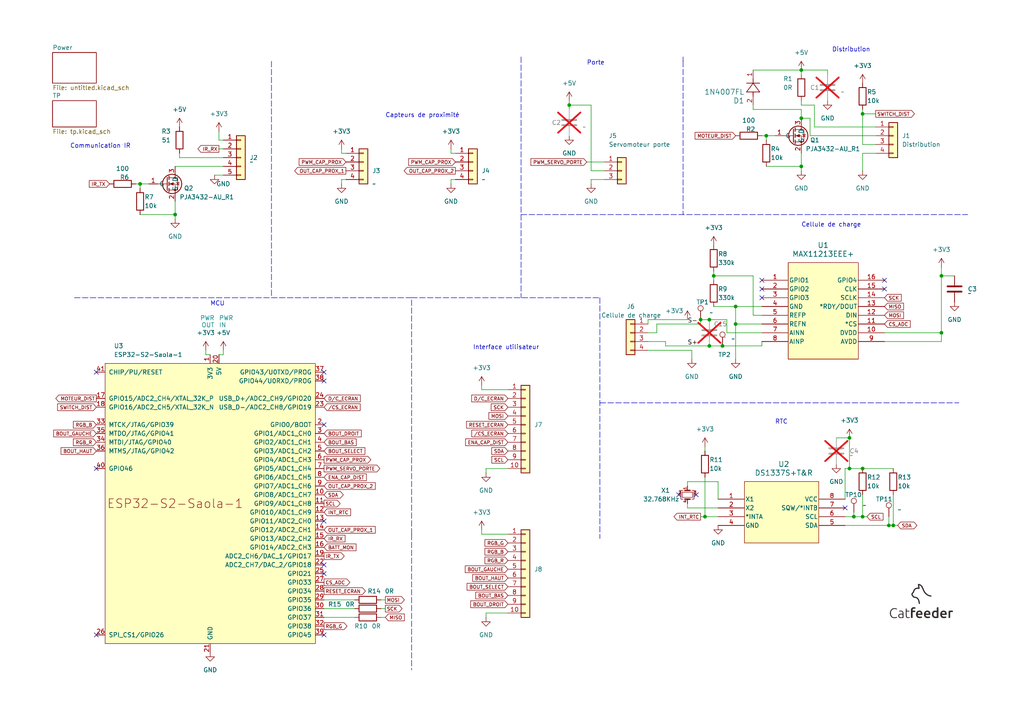
<source format=kicad_sch>
(kicad_sch (version 20230121) (generator eeschema)
  (paper "A4")
  (title_block (title "Cat Feeder - MCU_Control") (date "2024-03-08") (rev "1") (company "John Molas"))
  (lib_symbols
    (symbol "2024-03-04_19-56-51:MAX11213EEE+" (pin_names (offset 0.254))
      (property "Reference" "U2" (at 35.56 10.16 0))
      (property "Value" "MAX11213EEE+" (at 35.56 7.62 0))
      (symbol "MAX11213EEE+_0_1"
        (polyline (pts (xy 25.4 -22.86) (xy 45.72 -22.86)) (stroke (width 0.127)))
        (polyline (pts (xy 25.4 5.08) (xy 25.4 -22.86)) (stroke (width 0.127)))
        (polyline (pts (xy 45.72 -22.86) (xy 45.72 5.08)) (stroke (width 0.127)))
        (polyline (pts (xy 45.72 5.08) (xy 25.4 5.08)) (stroke (width 0.127)))
        (pin unspecified line (at 17.78 0 0) (length 7.62) (name "GPIO1") (number "1"))
        (pin power_in line (at 53.34 -15.24 180) (length 7.62) (name "DVDD") (number "10"))
        (pin unspecified line (at 53.34 -12.7 180) (length 7.62) (name "*CS") (number "11"))
        (pin unspecified line (at 53.34 -10.16 180) (length 7.62) (name "DIN") (number "12"))
        (pin unspecified line (at 53.34 -7.62 180) (length 7.62) (name "*RDY/DOUT") (number "13"))
        (pin unspecified line (at 53.34 -5.08 180) (length 7.62) (name "SCLK") (number "14"))
        (pin unspecified line (at 53.34 -2.54 180) (length 7.62) (name "CLK") (number "15"))
        (pin unspecified line (at 53.34 0 180) (length 7.62) (name "GPIO4") (number "16"))
        (pin unspecified line (at 17.78 -2.54 0) (length 7.62) (name "GPIO2") (number "2"))
        (pin unspecified line (at 17.78 -5.08 0) (length 7.62) (name "GPIO3") (number "3"))
        (pin power_in line (at 17.78 -7.62 0) (length 7.62) (name "GND") (number "4"))
        (pin unspecified line (at 17.78 -10.16 0) (length 7.62) (name "REFP") (number "5"))
        (pin unspecified line (at 17.78 -12.7 0) (length 7.62) (name "REFN") (number "6"))
        (pin unspecified line (at 17.78 -15.24 0) (length 7.62) (name "AINN") (number "7"))
        (pin unspecified line (at 17.78 -17.78 0) (length 7.62) (name "AINP") (number "8"))
        (pin power_in line (at 53.34 -17.78 180) (length 7.62) (name "AVDD") (number "9"))
      )
      (symbol "MAX11213EEE+_1_1"
        (rectangle (start 25.4 5.08) (end 45.72 -22.86) (fill (type background)))
      )
    )
    (symbol "2024-03-07_15-45-22:DS1337S+T&R" (pin_names (offset 0.254))
      (property "Reference" "U3" (at 25.4 10.16 0))
      (property "Value" "DS1337S+T&R" (at 25.4 7.62 0))
      (symbol "DS1337S+T&R_0_1"
        (pin unspecified line (at 6.35 0 0) (length 7.62) (name "X1") (number "1"))
        (pin unspecified line (at 6.35 -2.54 0) (length 7.62) (name "X2") (number "2"))
        (pin unspecified line (at 6.35 -5.08 0) (length 7.62) (name "*INTA") (number "3"))
        (pin power_in line (at 6.35 -7.62 0) (length 7.62) (name "GND") (number "4"))
        (pin unspecified line (at 43.18 -7.62 180) (length 7.62) (name "SDA") (number "5"))
        (pin unspecified line (at 43.18 -5.08 180) (length 7.62) (name "SCL") (number "6"))
        (pin unspecified line (at 43.18 -2.54 180) (length 7.62) (name "SQW/*INTB") (number "7"))
        (pin power_in line (at 43.18 0 180) (length 7.62) (name "VCC") (number "8"))
      )
      (symbol "DS1337S+T&R_1_1"
        (rectangle (start 13.97 5.08) (end 35.56 -12.7) (fill (type background)))
      )
    )
    (symbol "2024-03-15_15-49-57:1N4007FL" (pin_names (offset 0.254) hide)
      (property "Reference" "CR" (at 5.08 4.445 0))
      (property "Value" "1N4007FL" (at 5.08 -3.81 0))
      (symbol "1N4007FL_1_1"
        (polyline (pts (xy 2.54 0) (xy 3.4798 0)) (stroke (width 0.2032)))
        (polyline (pts (xy 3.175 0) (xy 3.81 0)) (stroke (width 0.2032)))
        (polyline (pts (xy 3.81 -1.905) (xy 6.35 0)) (stroke (width 0.2032)))
        (polyline (pts (xy 3.81 1.905) (xy 3.81 -1.905)) (stroke (width 0.2032)))
        (polyline (pts (xy 6.35 -1.905) (xy 6.35 1.905)) (stroke (width 0.2032)))
        (polyline (pts (xy 6.35 0) (xy 3.81 1.905)) (stroke (width 0.2032)))
        (polyline (pts (xy 6.35 0) (xy 7.62 0)) (stroke (width 0.2032)))
        (pin unspecified line (at 10.16 0 180) (length 2.54) (name "") (number "1"))
        (pin unspecified line (at 0 0 0) (length 2.54) (name "") (number "2"))
      )
      (symbol "1N4007FL_1_2"
        (polyline (pts (xy -1.905 3.81) (xy 1.905 3.81)) (stroke (width 0.2032)))
        (polyline (pts (xy 0 2.54) (xy 0 3.4798)) (stroke (width 0.2032)))
        (polyline (pts (xy 0 3.175) (xy 0 3.81)) (stroke (width 0.2032)))
        (polyline (pts (xy 0 6.35) (xy -1.905 3.81)) (stroke (width 0.2032)))
        (polyline (pts (xy 0 6.35) (xy 0 7.62)) (stroke (width 0.2032)))
        (polyline (pts (xy 1.905 3.81) (xy 0 6.35)) (stroke (width 0.2032)))
        (polyline (pts (xy 1.905 6.35) (xy -1.905 6.35)) (stroke (width 0.2032)))
        (pin unspecified line (at 0 10.16 270) (length 2.54) (name "") (number "1"))
        (pin unspecified line (at 0 0 90) (length 2.54) (name "") (number "2"))
      )
    )
    (symbol "Connector:TestPoint" (pin_numbers hide) (pin_names (offset 0.762) hide)
      (property "Reference" "TP" (at 0 6.858 0))
      (property "Value" "TestPoint" (at 0 5.08 0))
      (symbol "TestPoint_0_1"
        (circle (center 0 3.302) (radius 0.762))
      )
      (symbol "TestPoint_1_1"
        (pin passive line (at 0 0 90) (length 2.54) (name "1") (number "1"))
      )
    )
    (symbol "Connector_Generic:Conn_01x03" (pin_names (offset 1.016) hide)
      (property "Reference" "J" (at 0 5.08 0))
      (property "Value" "Conn_01x03" (at 0 -5.08 0))
      (symbol "Conn_01x03_1_1"
        (rectangle (start -1.27 -2.413) (end 0 -2.667) (stroke (width 0.1524)))
        (rectangle (start -1.27 0.127) (end 0 -0.127) (stroke (width 0.1524)))
        (rectangle (start -1.27 2.667) (end 0 2.413) (stroke (width 0.1524)))
        (rectangle (start -1.27 3.81) (end 1.27 -3.81) (stroke (width 0.254)) (fill (type background)))
        (pin passive line (at -5.08 2.54 0) (length 3.81) (name "Pin_1") (number "1"))
        (pin passive line (at -5.08 0 0) (length 3.81) (name "Pin_2") (number "2"))
        (pin passive line (at -5.08 -2.54 0) (length 3.81) (name "Pin_3") (number "3"))
      )
    )
    (symbol "Connector_Generic:Conn_01x04" (pin_names (offset 1.016) hide)
      (property "Reference" "J" (at 0 5.08 0))
      (property "Value" "Conn_01x04" (at 0 -7.62 0))
      (symbol "Conn_01x04_1_1"
        (rectangle (start -1.27 -4.953) (end 0 -5.207) (stroke (width 0.1524)))
        (rectangle (start -1.27 -2.413) (end 0 -2.667) (stroke (width 0.1524)))
        (rectangle (start -1.27 0.127) (end 0 -0.127) (stroke (width 0.1524)))
        (rectangle (start -1.27 2.667) (end 0 2.413) (stroke (width 0.1524)))
        (rectangle (start -1.27 3.81) (end 1.27 -6.35) (stroke (width 0.254)) (fill (type background)))
        (pin passive line (at -5.08 2.54 0) (length 3.81) (name "Pin_1") (number "1"))
        (pin passive line (at -5.08 0 0) (length 3.81) (name "Pin_2") (number "2"))
        (pin passive line (at -5.08 -2.54 0) (length 3.81) (name "Pin_3") (number "3"))
        (pin passive line (at -5.08 -5.08 0) (length 3.81) (name "Pin_4") (number "4"))
      )
    )
    (symbol "Connector_Generic:Conn_01x05" (pin_names (offset 1.016) hide)
      (property "Reference" "J" (at 0 7.62 0))
      (property "Value" "Conn_01x05" (at 0 -7.62 0))
      (symbol "Conn_01x05_1_1"
        (rectangle (start -1.27 -4.953) (end 0 -5.207) (stroke (width 0.1524)))
        (rectangle (start -1.27 -2.413) (end 0 -2.667) (stroke (width 0.1524)))
        (rectangle (start -1.27 0.127) (end 0 -0.127) (stroke (width 0.1524)))
        (rectangle (start -1.27 2.667) (end 0 2.413) (stroke (width 0.1524)))
        (rectangle (start -1.27 5.207) (end 0 4.953) (stroke (width 0.1524)))
        (rectangle (start -1.27 6.35) (end 1.27 -6.35) (stroke (width 0.254)) (fill (type background)))
        (pin passive line (at -5.08 5.08 0) (length 3.81) (name "Pin_1") (number "1"))
        (pin passive line (at -5.08 2.54 0) (length 3.81) (name "Pin_2") (number "2"))
        (pin passive line (at -5.08 0 0) (length 3.81) (name "Pin_3") (number "3"))
        (pin passive line (at -5.08 -2.54 0) (length 3.81) (name "Pin_4") (number "4"))
        (pin passive line (at -5.08 -5.08 0) (length 3.81) (name "Pin_5") (number "5"))
      )
    )
    (symbol "Connector_Generic:Conn_01x10" (pin_names (offset 1.016) hide)
      (property "Reference" "J" (at 0 12.7 0))
      (property "Value" "Conn_01x10" (at 0 -15.24 0))
      (symbol "Conn_01x10_1_1"
        (rectangle (start -1.27 -12.573) (end 0 -12.827) (stroke (width 0.1524)))
        (rectangle (start -1.27 -10.033) (end 0 -10.287) (stroke (width 0.1524)))
        (rectangle (start -1.27 -7.493) (end 0 -7.747) (stroke (width 0.1524)))
        (rectangle (start -1.27 -4.953) (end 0 -5.207) (stroke (width 0.1524)))
        (rectangle (start -1.27 -2.413) (end 0 -2.667) (stroke (width 0.1524)))
        (rectangle (start -1.27 0.127) (end 0 -0.127) (stroke (width 0.1524)))
        (rectangle (start -1.27 2.667) (end 0 2.413) (stroke (width 0.1524)))
        (rectangle (start -1.27 5.207) (end 0 4.953) (stroke (width 0.1524)))
        (rectangle (start -1.27 7.747) (end 0 7.493) (stroke (width 0.1524)))
        (rectangle (start -1.27 10.287) (end 0 10.033) (stroke (width 0.1524)))
        (rectangle (start -1.27 11.43) (end 1.27 -13.97) (stroke (width 0.254)) (fill (type background)))
        (pin passive line (at -5.08 10.16 0) (length 3.81) (name "Pin_1") (number "1"))
        (pin passive line (at -5.08 -12.7 0) (length 3.81) (name "Pin_10") (number "10"))
        (pin passive line (at -5.08 7.62 0) (length 3.81) (name "Pin_2") (number "2"))
        (pin passive line (at -5.08 5.08 0) (length 3.81) (name "Pin_3") (number "3"))
        (pin passive line (at -5.08 2.54 0) (length 3.81) (name "Pin_4") (number "4"))
        (pin passive line (at -5.08 0 0) (length 3.81) (name "Pin_5") (number "5"))
        (pin passive line (at -5.08 -2.54 0) (length 3.81) (name "Pin_6") (number "6"))
        (pin passive line (at -5.08 -5.08 0) (length 3.81) (name "Pin_7") (number "7"))
        (pin passive line (at -5.08 -7.62 0) (length 3.81) (name "Pin_8") (number "8"))
        (pin passive line (at -5.08 -10.16 0) (length 3.81) (name "Pin_9") (number "9"))
      )
    )
    (symbol "Device:C" (pin_numbers hide) (pin_names (offset 0.254))
      (property "Reference" "C" (at 0.635 2.54 0))
      (property "Value" "C" (at 0.635 -2.54 0))
      (symbol "C_0_1"
        (polyline (pts (xy -2.032 -0.762) (xy 2.032 -0.762)) (stroke (width 0.508)))
        (polyline (pts (xy -2.032 0.762) (xy 2.032 0.762)) (stroke (width 0.508)))
      )
      (symbol "C_1_1"
        (pin passive line (at 0 3.81 270) (length 2.794) (name "~") (number "1"))
        (pin passive line (at 0 -3.81 90) (length 2.794) (name "~") (number "2"))
      )
    )
    (symbol "Device:Crystal_GND23_Small" (pin_names (offset 1.016) hide)
      (property "Reference" "Y" (at 1.27 4.445 0))
      (property "Value" "Crystal_GND23_Small" (at 1.27 2.54 0))
      (symbol "Crystal_GND23_Small_0_1"
        (rectangle (start -0.762 -1.524) (end 0.762 1.524))
        (polyline (pts (xy -1.27 -0.762) (xy -1.27 0.762)) (stroke (width 0.381)))
        (polyline (pts (xy 1.27 -0.762) (xy 1.27 0.762)) (stroke (width 0.381)))
        (polyline (pts (xy -1.27 -1.27) (xy -1.27 -1.905) (xy 1.27 -1.905) (xy 1.27 -1.27)))
        (polyline (pts (xy -1.27 1.27) (xy -1.27 1.905) (xy 1.27 1.905) (xy 1.27 1.27)))
      )
      (symbol "Crystal_GND23_Small_1_1"
        (pin passive line (at -2.54 0 0) (length 1.27) (name "1") (number "1"))
        (pin passive line (at 0 -2.54 90) (length 0.635) (name "2") (number "2"))
        (pin passive line (at 0 2.54 270) (length 0.635) (name "3") (number "3"))
        (pin passive line (at 2.54 0 180) (length 1.27) (name "4") (number "4"))
      )
    )
    (symbol "Device:R" (pin_numbers hide) (pin_names (offset 0))
      (property "Reference" "R" (at 2.032 0 90))
      (property "Value" "R" (at 0 0 90))
      (symbol "R_0_1"
        (rectangle (start -1.016 -2.54) (end 1.016 2.54) (stroke (width 0.254)))
      )
      (symbol "R_1_1"
        (pin passive line (at 0 3.81 270) (length 1.27) (name "~") (number "1"))
        (pin passive line (at 0 -3.81 90) (length 1.27) (name "~") (number "2"))
      )
    )
    (symbol "PCM_Espressif:ESP32-S2-Saola-1" (pin_names (offset 1.016))
      (property "Reference" "U3" (at -27.94 45.72 0))
      (property "Value" "ESP32-S2-Saola-1" (at -27.94 43.18 0))
      (symbol "ESP32-S2-Saola-1_0_0"
        (text "ESP32-S2-Saola-1" (at -10.16 0 0) (effects (font (size 2.54 2.54))))
        (pin power_in line (at 0 43.18 270) (length 2.54) (name "3V3") (number "1"))
        (pin bidirectional line (at 33.02 2.54 180) (length 2.54) (name "GPIO8/ADC1_CH7") (number "10"))
        (pin bidirectional line (at 33.02 0 180) (length 2.54) (name "GPIO9/ADC1_CH8") (number "11"))
        (pin bidirectional line (at 33.02 -2.54 180) (length 2.54) (name "GPIO10/ADC1_CH9") (number "12"))
        (pin bidirectional line (at 33.02 -5.08 180) (length 2.54) (name "GPIO11/ADC2_CH0") (number "13"))
        (pin bidirectional line (at 33.02 -7.62 180) (length 2.54) (name "GPIO12/ADC2_CH1") (number "14"))
        (pin bidirectional line (at 33.02 -10.16 180) (length 2.54) (name "GPIO13/ADC2_CH2") (number "15"))
        (pin bidirectional line (at 33.02 -12.7 180) (length 2.54) (name "GPIO14/ADC2_CH3") (number "16"))
        (pin bidirectional line (at -33.02 30.48 0) (length 2.54) (name "GPIO15/ADC2_CH4/XTAL_32K_P") (number "17"))
        (pin bidirectional line (at -33.02 27.94 0) (length 2.54) (name "GPIO16/ADC2_CH5/XTAL_32K_N") (number "18"))
        (pin bidirectional line (at 33.02 -15.24 180) (length 2.54) (name "ADC2_CH6/DAC_1/GPIO17") (number "19"))
        (pin bidirectional line (at 33.02 22.86 180) (length 2.54) (name "GPIO0/BOOT") (number "2"))
        (pin power_in line (at 2.54 43.18 270) (length 2.54) (name "5V") (number "20"))
        (pin power_in line (at 0 -43.18 90) (length 2.54) (name "GND") (number "21"))
        (pin bidirectional line (at 33.02 -17.78 180) (length 2.54) (name "ADC2_CH7/DAC_2/GPIO18") (number "22"))
        (pin bidirectional line (at 33.02 27.94 180) (length 2.54) (name "USB_D-/ADC2_CH8/GPIO19") (number "23"))
        (pin bidirectional line (at 33.02 30.48 180) (length 2.54) (name "USB_D+/ADC2_CH9/GPIO20") (number "24"))
        (pin bidirectional line (at 33.02 -20.32 180) (length 2.54) (name "GPIO21") (number "25"))
        (pin bidirectional line (at -33.02 -38.1 0) (length 2.54) (name "SPI_CS1/GPIO26") (number "26"))
        (pin bidirectional line (at 33.02 -22.86 180) (length 2.54) (name "GPIO33") (number "27"))
        (pin bidirectional line (at 33.02 -25.4 180) (length 2.54) (name "GPIO34") (number "28"))
        (pin bidirectional line (at 33.02 -27.94 180) (length 2.54) (name "GPIO35") (number "29"))
        (pin bidirectional line (at 33.02 20.32 180) (length 2.54) (name "GPIO1/ADC1_CH0") (number "3"))
        (pin bidirectional line (at 33.02 -30.48 180) (length 2.54) (name "GPIO36") (number "30"))
        (pin bidirectional line (at 33.02 -33.02 180) (length 2.54) (name "GPIO37") (number "31"))
        (pin bidirectional line (at 33.02 -35.56 180) (length 2.54) (name "GPIO38") (number "32"))
        (pin bidirectional line (at -33.02 22.86 0) (length 2.54) (name "MTCK/JTAG/GPIO39") (number "33"))
        (pin bidirectional line (at -33.02 15.24 0) (length 2.54) (name "MTMS/JTAG/GPIO42") (number "36"))
        (pin bidirectional line (at 33.02 38.1 180) (length 2.54) (name "GPIO43/U0TXD/PROG") (number "37"))
        (pin bidirectional line (at 33.02 35.56 180) (length 2.54) (name "GPIO44/U0RXD/PROG") (number "38"))
        (pin bidirectional line (at 33.02 -38.1 180) (length 2.54) (name "GPIO45") (number "39"))
        (pin unspecified line (at 33.02 17.78 180) (length 2.54) (name "GPIO2/ADC1_CH1") (number "4"))
        (pin input line (at -33.02 10.16 0) (length 2.54) (name "GPIO46") (number "40"))
        (pin input line (at -33.02 38.1 0) (length 2.54) (name "CHIP/PU/RESET") (number "41"))
        (pin passive line (at 0 -43.18 90) (length 2.54) hide (name "GND") (number "42"))
        (pin bidirectional line (at 33.02 15.24 180) (length 2.54) (name "GPIO3/ADC1_CH2") (number "5"))
        (pin bidirectional line (at 33.02 12.7 180) (length 2.54) (name "GPIO4/ADC1_CH3") (number "6"))
        (pin bidirectional line (at 33.02 10.16 180) (length 2.54) (name "GPIO5/ADC1_CH4") (number "7"))
        (pin bidirectional line (at 33.02 7.62 180) (length 2.54) (name "GPIO6/ADC1_CH5") (number "8"))
        (pin bidirectional line (at 33.02 5.08 180) (length 2.54) (name "GPIO7/ADC1_CH6") (number "9"))
      )
      (symbol "ESP32-S2-Saola-1_0_1"
        (rectangle (start -30.48 40.64) (end 30.48 -40.64) (fill (type background)))
      )
      (symbol "ESP32-S2-Saola-1_1_0"
        (pin bidirectional line (at -33.02 17.78 0) (length 2.54) (name "MTDI/JTAG/GPIO40") (number "34"))
        (pin bidirectional line (at -33.02 20.32 0) (length 2.54) (name "MTDO/JTAG/GPIO41") (number "35"))
      )
    )
    (symbol "Transistor_FET:2N7002K"
      (property "Reference" "Q" (at 5.08 1.905 0))
      (property "Value" "2N7002K" (at 5.08 0 0))
      (symbol "2N7002K_0_1"
        (polyline (pts (xy 0.254 0) (xy -2.54 0)))
        (polyline (pts (xy 0.254 1.905) (xy 0.254 -1.905)) (stroke (width 0.254)))
        (polyline (pts (xy 0.762 -1.27) (xy 0.762 -2.286)) (stroke (width 0.254)))
        (polyline (pts (xy 0.762 0.508) (xy 0.762 -0.508)) (stroke (width 0.254)))
        (polyline (pts (xy 0.762 2.286) (xy 0.762 1.27)) (stroke (width 0.254)))
        (polyline (pts (xy 2.54 2.54) (xy 2.54 1.778)))
        (polyline (pts (xy 2.54 -2.54) (xy 2.54 0) (xy 0.762 0)))
        (polyline (pts (xy 0.762 -1.778) (xy 3.302 -1.778) (xy 3.302 1.778) (xy 0.762 1.778)))
        (polyline (pts (xy 1.016 0) (xy 2.032 0.381) (xy 2.032 -0.381) (xy 1.016 0)) (fill (type outline)))
        (polyline (pts (xy 2.794 0.508) (xy 2.921 0.381) (xy 3.683 0.381) (xy 3.81 0.254)))
        (polyline (pts (xy 3.302 0.381) (xy 2.921 -0.254) (xy 3.683 -0.254) (xy 3.302 0.381)))
        (circle (center 1.651 0) (radius 2.794) (stroke (width 0.254)))
        (circle (center 2.54 -1.778) (radius 0.254) (fill (type outline)))
        (circle (center 2.54 1.778) (radius 0.254) (fill (type outline)))
      )
      (symbol "2N7002K_1_1"
        (pin input line (at -5.08 0 0) (length 2.54) (name "G") (number "1"))
        (pin passive line (at 2.54 -5.08 90) (length 2.54) (name "S") (number "2"))
        (pin passive line (at 2.54 5.08 270) (length 2.54) (name "D") (number "3"))
      )
    )
    (symbol "power:+3V3" (power) (pin_names (offset 0))
      (property "Value" "+3V3" (at 0 3.556 0))
      (symbol "+3V3_0_1"
        (polyline (pts (xy -0.762 1.27) (xy 0 2.54)))
        (polyline (pts (xy 0 0) (xy 0 2.54)))
        (polyline (pts (xy 0 2.54) (xy 0.762 1.27)))
      )
      (symbol "+3V3_1_1"
        (pin power_in line (at 0 0 90) (length 0) hide (name "+3V3") (number "1"))
      )
    )
    (symbol "power:+5V" (power) (pin_names (offset 0))
      (property "Value" "+5V" (at 0 3.556 0))
      (symbol "+5V_0_1"
        (polyline (pts (xy -0.762 1.27) (xy 0 2.54)))
        (polyline (pts (xy 0 0) (xy 0 2.54)))
        (polyline (pts (xy 0 2.54) (xy 0.762 1.27)))
      )
      (symbol "+5V_1_1"
        (pin power_in line (at 0 0 90) (length 0) hide (name "+5V") (number "1"))
      )
    )
    (symbol "power:GND" (power) (pin_names (offset 0))
      (property "Value" "GND" (at 0 -3.81 0))
      (symbol "GND_0_1"
        (polyline (pts (xy 0 0) (xy 0 -1.27) (xy 1.27 -1.27) (xy 0 -2.54) (xy -1.27 -1.27) (xy 0 -1.27)))
      )
      (symbol "GND_1_1"
        (pin power_in line (at 0 0 270) (length 0) hide (name "GND") (number "1"))
      )
    )
  )
  (junction (at 257.81 152.4))
  (junction (at 232.41 20.32))
  (junction (at 222.25 39.37))
  (junction (at 232.41 34.29))
  (junction (at 246.38 135.89))
  (junction (at 213.36 88.9))
  (junction (at 205.74 100.33))
  (junction (at 209.55 100.33))
  (junction (at 50.8 62.23))
  (junction (at 40.64 53.34))
  (junction (at 204.47 149.86))
  (junction (at 207.01 80.01))
  (junction (at 250.19 149.86))
  (junction (at 203.2 92.71))
  (junction (at 273.05 96.52))
  (junction (at 213.36 93.98))
  (junction (at 247.65 149.86))
  (junction (at 273.05 80.01))
  (junction (at 250.19 33.02))
  (junction (at 246.38 127))
  (junction (at 165.1 30.48))
  (junction (at 250.19 135.89))
  (junction (at 232.41 48.26))
  (junction (at 205.74 92.71))
  (junction (at 259.08 152.4))
  (no_connect (at 93.98 123.19))
  (no_connect (at 220.98 86.36))
  (no_connect (at 27.94 184.15))
  (no_connect (at 93.98 163.83))
  (no_connect (at 256.54 81.28))
  (no_connect (at 256.54 83.82))
  (no_connect (at 93.98 151.13))
  (no_connect (at 245.11 147.32))
  (no_connect (at 220.98 83.82))
  (no_connect (at 27.94 135.89))
  (no_connect (at 93.98 166.37))
  (no_connect (at 93.98 110.49))
  (no_connect (at 220.98 81.28))
  (no_connect (at 196.85 143.51))
  (no_connect (at 27.94 107.95))
  (no_connect (at 201.93 143.51))
  (no_connect (at 93.98 184.15))
  (no_connect (at 93.98 107.95))
  (wire (pts (xy 64.77 40.64) (xy 63.5 40.64)))
  (wire (pts (xy 232.41 48.26) (xy 232.41 44.45)))
  (wire (pts (xy 110.49 179.07) (xy 111.76 179.07)))
  (polyline (pts (xy 198.12 16.51) (xy 198.12 17.78)) (stroke (width 0) (type dash)))
  (wire (pts (xy 64.77 45.72) (xy 52.07 45.72)))
  (wire (pts (xy 232.41 49.53) (xy 232.41 48.26)))
  (wire (pts (xy 199.39 146.05) (xy 199.39 147.32)))
  (wire (pts (xy 247.65 148.59) (xy 247.65 149.86)))
  (wire (pts (xy 222.25 39.37) (xy 224.79 39.37)))
  (wire (pts (xy 250.19 33.02) (xy 250.19 41.91)))
  (wire (pts (xy 250.19 44.45) (xy 254 44.45)))
  (wire (pts (xy 130.81 52.07) (xy 132.08 52.07)))
  (wire (pts (xy 170.18 46.99) (xy 175.26 46.99)))
  (wire (pts (xy 240.03 20.32) (xy 232.41 20.32)))
  (wire (pts (xy 213.36 88.9) (xy 220.98 88.9)))
  (polyline (pts (xy 151.13 16.51) (xy 151.13 86.36)) (stroke (width 0) (type dash)))
  (wire (pts (xy 204.47 138.43) (xy 204.47 149.86)))
  (wire (pts (xy 213.36 88.9) (xy 213.36 93.98)))
  (wire (pts (xy 130.81 44.45) (xy 130.81 43.18)))
  (wire (pts (xy 250.19 143.51) (xy 250.19 149.86)))
  (wire (pts (xy 171.45 30.48) (xy 165.1 30.48)))
  (wire (pts (xy 171.45 52.07) (xy 175.26 52.07)))
  (wire (pts (xy 250.19 44.45) (xy 250.19 49.53)))
  (polyline (pts (xy 198.12 17.78) (xy 198.12 62.23)) (stroke (width 0) (type dash)))
  (wire (pts (xy 52.07 44.45) (xy 52.07 45.72)))
  (wire (pts (xy 187.96 99.06) (xy 193.04 99.06)))
  (polyline (pts (xy 151.13 62.23) (xy 280.67 62.23)) (stroke (width 0) (type dash)))
  (polyline (pts (xy 21.59 86.36) (xy 109.22 86.36)) (stroke (width 0) (type dash)))
  (wire (pts (xy 199.39 147.32) (xy 208.28 147.32)))
  (wire (pts (xy 256.54 99.06) (xy 273.05 99.06)))
  (wire (pts (xy 50.8 48.26) (xy 64.77 48.26)))
  (wire (pts (xy 99.06 44.45) (xy 99.06 43.18)))
  (wire (pts (xy 207.01 88.9) (xy 213.36 88.9)))
  (wire (pts (xy 234.95 39.37) (xy 254 39.37)))
  (wire (pts (xy 63.5 43.18) (xy 64.77 43.18)))
  (wire (pts (xy 99.06 52.07) (xy 99.06 53.34)))
  (wire (pts (xy 64.77 101.6) (xy 64.77 102.87)))
  (wire (pts (xy 234.95 34.29) (xy 234.95 39.37)))
  (polyline (pts (xy 119.38 154.94) (xy 119.38 86.36)) (stroke (width 0) (type dash)))
  (wire (pts (xy 218.44 30.48) (xy 218.44 31.75)))
  (wire (pts (xy 39.37 53.34) (xy 40.64 53.34)))
  (wire (pts (xy 171.45 49.53) (xy 171.45 30.48)))
  (wire (pts (xy 140.97 135.89) (xy 147.32 135.89)))
  (wire (pts (xy 259.08 152.4) (xy 259.08 143.51)))
  (polyline (pts (xy 78.74 17.78) (xy 78.74 86.36)) (stroke (width 0) (type dash)))
  (wire (pts (xy 205.74 92.71) (xy 210.82 92.71)))
  (wire (pts (xy 193.04 99.06) (xy 193.04 100.33)))
  (wire (pts (xy 218.44 91.44) (xy 218.44 80.01)))
  (wire (pts (xy 256.54 96.52) (xy 273.05 96.52)))
  (wire (pts (xy 210.82 92.71) (xy 210.82 96.52)))
  (wire (pts (xy 132.08 44.45) (xy 130.81 44.45)))
  (wire (pts (xy 187.96 92.71) (xy 199.39 92.71)))
  (wire (pts (xy 50.8 62.23) (xy 50.8 63.5)))
  (wire (pts (xy 175.26 49.53) (xy 171.45 49.53)))
  (wire (pts (xy 213.36 93.98) (xy 220.98 93.98)))
  (polyline (pts (xy 173.99 86.36) (xy 173.99 156.21)) (stroke (width 0) (type dash)))
  (wire (pts (xy 250.19 149.86) (xy 251.46 149.86)))
  (wire (pts (xy 213.36 93.98) (xy 213.36 104.14)))
  (wire (pts (xy 100.33 44.45) (xy 99.06 44.45)))
  (wire (pts (xy 273.05 99.06) (xy 273.05 96.52)))
  (wire (pts (xy 59.69 102.87) (xy 60.96 102.87)))
  (wire (pts (xy 232.41 34.29) (xy 234.95 34.29)))
  (wire (pts (xy 139.7 111.76) (xy 139.7 113.03)))
  (wire (pts (xy 139.7 113.03) (xy 147.32 113.03)))
  (wire (pts (xy 222.25 39.37) (xy 222.25 40.64)))
  (wire (pts (xy 64.77 102.87) (xy 63.5 102.87)))
  (wire (pts (xy 245.11 149.86) (xy 247.65 149.86)))
  (wire (pts (xy 110.49 176.53) (xy 111.76 176.53)))
  (wire (pts (xy 246.38 127) (xy 242.57 127)))
  (wire (pts (xy 207.01 80.01) (xy 207.01 78.74)))
  (wire (pts (xy 130.81 53.34) (xy 130.81 52.07)))
  (wire (pts (xy 207.01 81.28) (xy 207.01 80.01)))
  (wire (pts (xy 190.5 96.52) (xy 190.5 93.98)))
  (polyline (pts (xy 119.38 86.36) (xy 173.99 86.36)) (stroke (width 0) (type dash)))
  (wire (pts (xy 165.1 30.48) (xy 165.1 31.75)))
  (wire (pts (xy 257.81 149.86) (xy 257.81 152.4)))
  (wire (pts (xy 250.19 135.89) (xy 259.08 135.89)))
  (polyline (pts (xy 78.74 86.36) (xy 116.84 86.36)) (stroke (width 0) (type dash)))
  (wire (pts (xy 257.81 152.4) (xy 259.08 152.4)))
  (wire (pts (xy 139.7 153.67) (xy 139.7 154.94)))
  (wire (pts (xy 245.11 135.89) (xy 246.38 135.89)))
  (wire (pts (xy 165.1 29.21) (xy 165.1 30.48)))
  (wire (pts (xy 203.2 149.86) (xy 204.47 149.86)))
  (polyline (pts (xy 119.38 154.94) (xy 119.38 194.31)) (stroke (width 0) (type dash)))
  (wire (pts (xy 259.08 152.4) (xy 260.35 152.4)))
  (wire (pts (xy 254 41.91) (xy 250.19 41.91)))
  (wire (pts (xy 207.01 80.01) (xy 218.44 80.01)))
  (wire (pts (xy 218.44 20.32) (xy 232.41 20.32)))
  (wire (pts (xy 139.7 154.94) (xy 147.32 154.94)))
  (wire (pts (xy 171.45 53.34) (xy 171.45 52.07)))
  (polyline (pts (xy 119.38 86.36) (xy 109.22 86.36)) (stroke (width 0) (type dash)))
  (wire (pts (xy 222.25 48.26) (xy 232.41 48.26)))
  (wire (pts (xy 200.66 104.14) (xy 200.66 101.6)))
  (wire (pts (xy 273.05 77.47) (xy 273.05 80.01)))
  (wire (pts (xy 203.2 92.71) (xy 203.2 93.98)))
  (wire (pts (xy 245.11 135.89) (xy 245.11 144.78)))
  (wire (pts (xy 140.97 137.16) (xy 140.97 135.89)))
  (wire (pts (xy 199.39 140.97) (xy 199.39 139.7)))
  (wire (pts (xy 232.41 31.75) (xy 232.41 34.29)))
  (wire (pts (xy 102.87 179.07) (xy 93.98 179.07)))
  (wire (pts (xy 110.49 173.99) (xy 111.76 173.99)))
  (wire (pts (xy 246.38 127) (xy 246.38 135.89)))
  (wire (pts (xy 102.87 173.99) (xy 93.98 173.99)))
  (wire (pts (xy 204.47 149.86) (xy 208.28 149.86)))
  (wire (pts (xy 62.23 50.8) (xy 64.77 50.8)))
  (wire (pts (xy 205.74 100.33) (xy 209.55 100.33)))
  (wire (pts (xy 140.97 177.8) (xy 140.97 179.07)))
  (wire (pts (xy 273.05 80.01) (xy 273.05 96.52)))
  (wire (pts (xy 63.5 38.1) (xy 63.5 40.64)))
  (wire (pts (xy 59.69 101.6) (xy 59.69 102.87)))
  (wire (pts (xy 232.41 20.32) (xy 232.41 21.59)))
  (wire (pts (xy 247.65 149.86) (xy 250.19 149.86)))
  (wire (pts (xy 250.19 33.02) (xy 254 33.02)))
  (wire (pts (xy 140.97 177.8) (xy 147.32 177.8)))
  (wire (pts (xy 50.8 62.23) (xy 50.8 58.42)))
  (wire (pts (xy 240.03 21.59) (xy 240.03 20.32)))
  (wire (pts (xy 220.98 91.44) (xy 218.44 91.44)))
  (wire (pts (xy 236.22 30.48) (xy 236.22 36.83)))
  (wire (pts (xy 200.66 101.6) (xy 187.96 101.6)))
  (wire (pts (xy 273.05 80.01) (xy 276.86 80.01)))
  (wire (pts (xy 40.64 53.34) (xy 43.18 53.34)))
  (wire (pts (xy 232.41 30.48) (xy 232.41 29.21)))
  (wire (pts (xy 199.39 139.7) (xy 208.28 139.7)))
  (wire (pts (xy 254 36.83) (xy 236.22 36.83)))
  (wire (pts (xy 246.38 135.89) (xy 250.19 135.89)))
  (wire (pts (xy 204.47 129.54) (xy 204.47 130.81)))
  (wire (pts (xy 210.82 96.52) (xy 220.98 96.52)))
  (wire (pts (xy 40.64 54.61) (xy 40.64 53.34)))
  (wire (pts (xy 220.98 100.33) (xy 220.98 99.06)))
  (wire (pts (xy 190.5 93.98) (xy 203.2 93.98)))
  (polyline (pts (xy 173.99 116.84) (xy 278.13 116.84)) (stroke (width 0) (type dash)))
  (wire (pts (xy 40.64 62.23) (xy 50.8 62.23)))
  (wire (pts (xy 209.55 100.33) (xy 220.98 100.33)))
  (wire (pts (xy 250.19 31.75) (xy 250.19 33.02)))
  (wire (pts (xy 218.44 31.75) (xy 232.41 31.75)))
  (wire (pts (xy 193.04 100.33) (xy 205.74 100.33)))
  (wire (pts (xy 187.96 96.52) (xy 190.5 96.52)))
  (wire (pts (xy 245.11 152.4) (xy 257.81 152.4)))
  (wire (pts (xy 232.41 30.48) (xy 236.22 30.48)))
  (wire (pts (xy 208.28 144.78) (xy 208.28 139.7)))
  (wire (pts (xy 187.96 93.98) (xy 187.96 92.71)))
  (wire (pts (xy 203.2 92.71) (xy 205.74 92.71)))
  (wire (pts (xy 93.98 176.53) (xy 102.87 176.53)))
  (wire (pts (xy 220.98 39.37) (xy 222.25 39.37)))
  (wire (pts (xy 100.33 52.07) (xy 99.06 52.07)))
  (rectangle (start 35.56 41.91) (end 35.56 41.91))
  (image (at 266.7 173.99) (scale 0.646274))
  (text "RTC" (at 224.79 123.19 0) (effects (font (size 1.27 1.27)) (justify left bottom)))
  (text "Porte" (at 170.18 19.05 0) (effects (font (size 1.27 1.27)) (justify left bottom)))
  (text "PWR \nIN" (at 63.5 95.25 0) (effects (font (size 1.27 1.27)) (justify left bottom)))
  (text "Communication IR" (at 20.32 43.18 0) (effects (font (size 1.27 1.27)) (justify left bottom)))
  (text "Distribution" (at 241.3 15.24 0) (effects (font (size 1.27 1.27)) (justify left bottom)))
  (text "Interface utilisateur" (at 137.16 101.6 0) (effects (font (size 1.27 1.27)) (justify left bottom)))
  (text "MCU" (at 60.96 88.9 0) (effects (font (size 1.27 1.27)) (justify left bottom)))
  (text "PWR\nOUT" (at 62.23 95.25 0) (effects (font (size 1.27 1.27)) (justify right bottom)))
  (text "Capteurs de proximité" (at 111.76 34.29 0) (effects (font (size 1.27 1.27)) (justify left bottom)))
  (text "Cellule de charge" (at 232.41 66.04 0) (effects (font (size 1.27 1.27)) (justify left bottom)))
  (label "S- " (at 199.39 93.98 0))
  (label "S+" (at 199.39 100.33 0))
  (global_label "MOSI" (shape output) (at 111.76 173.99 0) (effects (font (size 1 1))) (property "Intersheetrefs" "${INTERSHEET_REFS}" (effects hide)))
  (global_label "MOSI" (shape input) (at 147.32 120.65 180) (effects (font (size 1 1))) (property "Intersheetrefs" "${INTERSHEET_REFS}" (effects hide)))
  (global_label "MOTEUR_DIST" (shape output) (at 27.94 115.57 180) (effects (font (size 1 1))) (property "Intersheetrefs" "${INTERSHEET_REFS}" (effects hide)))
  (global_label "INT_RTC" (shape output) (at 203.2 149.86 180) (effects (font (size 1 1))) (property "Intersheetrefs" "${INTERSHEET_REFS}" (effects hide)))
  (global_label "{slash}CS_ECRAN" (shape input) (at 147.32 125.73 180) (effects (font (size 1 1))) (property "Intersheetrefs" "${INTERSHEET_REFS}" (effects hide)))
  (global_label "MOSI" (shape input) (at 256.54 91.44 0) (effects (font (size 1 1))) (property "Intersheetrefs" "${INTERSHEET_REFS}" (effects hide)))
  (global_label "OUT_CAP_PROX_1" (shape input) (at 93.98 153.67 0) (effects (font (size 1 1))) (property "Intersheetrefs" "${INTERSHEET_REFS}" (effects hide)))
  (global_label "RESET_ECRAN" (shape output) (at 93.98 171.45 0) (effects (font (size 1 1))) (property "Intersheetrefs" "${INTERSHEET_REFS}" (effects hide)))
  (global_label "PWM_SERVO_PORTE" (shape input) (at 170.18 46.99 180) (effects (font (size 1 1))) (property "Intersheetrefs" "${INTERSHEET_REFS}" (effects hide)))
  (global_label "INT_RTC" (shape input) (at 93.98 148.59 0) (effects (font (size 1 1))) (property "Intersheetrefs" "${INTERSHEET_REFS}" (effects hide)))
  (global_label "SCK" (shape output) (at 111.76 176.53 0) (effects (font (size 1 1))) (property "Intersheetrefs" "${INTERSHEET_REFS}" (effects hide)))
  (global_label "BOUT_DROIT" (shape input) (at 93.98 125.73 0) (effects (font (size 1 1))) (property "Intersheetrefs" "${INTERSHEET_REFS}" (effects hide)))
  (global_label "RGB_R" (shape input) (at 147.32 162.56 180) (effects (font (size 1 1))) (property "Intersheetrefs" "${INTERSHEET_REFS}" (effects hide)))
  (global_label "IR_RX" (shape input) (at 93.98 156.21 0) (effects (font (size 1 1))) (property "Intersheetrefs" "${INTERSHEET_REFS}" (effects hide)))
  (global_label "SCL" (shape input) (at 147.32 133.35 180) (effects (font (size 1 1))) (property "Intersheetrefs" "${INTERSHEET_REFS}" (effects hide)))
  (global_label "RGB_B" (shape input) (at 27.94 123.19 180) (effects (font (size 1 1))) (property "Intersheetrefs" "${INTERSHEET_REFS}" (effects hide)))
  (global_label "BOUT_GAUCHE" (shape input) (at 147.32 165.1 180) (effects (font (size 1 1))) (property "Intersheetrefs" "${INTERSHEET_REFS}" (effects hide)))
  (global_label "D{slash}C_ECRAN" (shape input) (at 93.98 115.57 0) (effects (font (size 1 1))) (property "Intersheetrefs" "${INTERSHEET_REFS}" (effects hide)))
  (global_label "BOUT_SELECT" (shape input) (at 147.32 170.18 180) (effects (font (size 1 1))) (property "Intersheetrefs" "${INTERSHEET_REFS}" (effects hide)))
  (global_label "IR_TX" (shape input) (at 31.75 53.34 180) (effects (font (size 1 1))) (property "Intersheetrefs" "${INTERSHEET_REFS}" (effects hide)))
  (global_label "PWM_CAP_PROX" (shape output) (at 93.98 133.35 0) (effects (font (size 1 1))) (property "Intersheetrefs" "${INTERSHEET_REFS}" (effects hide)))
  (global_label "PWM_CAP_PROX" (shape input) (at 100.33 46.99 180) (effects (font (size 1 1))) (property "Intersheetrefs" "${INTERSHEET_REFS}" (effects hide)))
  (global_label "ENA_CAP_DIST" (shape input) (at 147.32 128.27 180) (effects (font (size 1 1))) (property "Intersheetrefs" "${INTERSHEET_REFS}" (effects hide)))
  (global_label "OUT_CAP_PROX_2" (shape input) (at 93.98 140.97 0) (effects (font (size 1 1))) (property "Intersheetrefs" "${INTERSHEET_REFS}" (effects hide)))
  (global_label "MOTEUR_DIST" (shape input) (at 213.36 39.37 180) (effects (font (size 1 1))) (property "Intersheetrefs" "${INTERSHEET_REFS}" (effects hide)))
  (global_label "RGB_B" (shape input) (at 147.32 160.02 180) (effects (font (size 1 1))) (property "Intersheetrefs" "${INTERSHEET_REFS}" (effects hide)))
  (global_label "MISO" (shape input) (at 256.54 88.9 0) (effects (font (size 1 1))) (property "Intersheetrefs" "${INTERSHEET_REFS}" (effects hide)))
  (global_label "IR_RX" (shape output) (at 63.5 43.18 180) (effects (font (size 1 1))) (property "Intersheetrefs" "${INTERSHEET_REFS}" (effects hide)))
  (global_label "SDA" (shape bidirectional) (at 260.35 152.4 0) (effects (font (size 1 1))) (property "Intersheetrefs" "${INTERSHEET_REFS}" (effects hide)))
  (global_label "SCK" (shape input) (at 147.32 118.11 180) (effects (font (size 1 1))) (property "Intersheetrefs" "${INTERSHEET_REFS}" (effects hide)))
  (global_label "BOUT_SELECT" (shape input) (at 93.98 130.81 0) (effects (font (size 1 1))) (property "Intersheetrefs" "${INTERSHEET_REFS}" (effects hide)))
  (global_label "BOUT_GAUCHE" (shape input) (at 27.94 125.73 180) (effects (font (size 1 1))) (property "Intersheetrefs" "${INTERSHEET_REFS}" (effects hide)))
  (global_label "OUT_CAP_PROX_1" (shape output) (at 100.33 49.53 180) (effects (font (size 1 1))) (property "Intersheetrefs" "${INTERSHEET_REFS}" (effects hide)))
  (global_label "RGB_G" (shape output) (at 93.98 181.61 0) (effects (font (size 1 1))) (property "Intersheetrefs" "${INTERSHEET_REFS}" (effects hide)))
  (global_label "PWM_CAP_PROX" (shape input) (at 132.08 46.99 180) (effects (font (size 1 1))) (property "Intersheetrefs" "${INTERSHEET_REFS}" (effects hide)))
  (global_label "BOUT_BAS" (shape input) (at 93.98 128.27 0) (effects (font (size 1 1))) (property "Intersheetrefs" "${INTERSHEET_REFS}" (effects hide)))
  (global_label "BOUT_HAUT" (shape input) (at 147.32 167.64 180) (effects (font (size 1 1))) (property "Intersheetrefs" "${INTERSHEET_REFS}" (effects hide)))
  (global_label "D{slash}C_ECRAN" (shape input) (at 147.32 115.57 180) (effects (font (size 1 1))) (property "Intersheetrefs" "${INTERSHEET_REFS}" (effects hide)))
  (global_label "SCL" (shape output) (at 93.98 146.05 0) (effects (font (size 1 1))) (property "Intersheetrefs" "${INTERSHEET_REFS}" (effects hide)))
  (global_label "SWITCH_DIST" (shape output) (at 254 33.02 0) (effects (font (size 1 1))) (property "Intersheetrefs" "${INTERSHEET_REFS}" (effects hide)))
  (global_label "SWITCH_DIST" (shape input) (at 27.94 118.11 180) (effects (font (size 1 1))) (property "Intersheetrefs" "${INTERSHEET_REFS}" (effects hide)))
  (global_label "MISO" (shape input) (at 111.76 179.07 0) (effects (font (size 1 1))) (property "Intersheetrefs" "${INTERSHEET_REFS}" (effects hide)))
  (global_label "CS_ADC" (shape output) (at 93.98 168.91 0) (effects (font (size 1 1))) (property "Intersheetrefs" "${INTERSHEET_REFS}" (effects hide)))
  (global_label "RGB_R" (shape input) (at 27.94 128.27 180) (effects (font (size 1 1))) (property "Intersheetrefs" "${INTERSHEET_REFS}" (effects hide)))
  (global_label "BOUT_HAUT" (shape input) (at 27.94 130.81 180) (effects (font (size 1 1))) (property "Intersheetrefs" "${INTERSHEET_REFS}" (effects hide)))
  (global_label "ENA_CAP_DIST" (shape input) (at 93.98 138.43 0) (effects (font (size 1 1))) (property "Intersheetrefs" "${INTERSHEET_REFS}" (effects hide)))
  (global_label "SCK" (shape input) (at 256.54 86.36 0) (effects (font (size 1 1))) (property "Intersheetrefs" "${INTERSHEET_REFS}" (effects hide)))
  (global_label "SCL" (shape input) (at 251.46 149.86 0) (effects (font (size 1 1))) (property "Intersheetrefs" "${INTERSHEET_REFS}" (effects hide)))
  (global_label "BOUT_DROIT" (shape input) (at 147.32 175.26 180) (effects (font (size 1 1))) (property "Intersheetrefs" "${INTERSHEET_REFS}" (effects hide)))
  (global_label "CS_ADC" (shape input) (at 256.54 93.98 0) (effects (font (size 1 1))) (property "Intersheetrefs" "${INTERSHEET_REFS}" (effects hide)))
  (global_label "PWM_SERVO_PORTE" (shape output) (at 93.98 135.89 0) (effects (font (size 1 1))) (property "Intersheetrefs" "${INTERSHEET_REFS}" (effects hide)))
  (global_label "RESET_ECRAN" (shape input) (at 147.32 123.19 180) (effects (font (size 1 1))) (property "Intersheetrefs" "${INTERSHEET_REFS}" (effects hide)))
  (global_label "{slash}CS_ECRAN" (shape input) (at 93.98 118.11 0) (effects (font (size 1 1))) (property "Intersheetrefs" "${INTERSHEET_REFS}" (effects hide)))
  (global_label "SDA" (shape bidirectional) (at 93.98 143.51 0) (effects (font (size 1 1))) (property "Intersheetrefs" "${INTERSHEET_REFS}" (effects hide)))
  (global_label "SDA" (shape input) (at 147.32 130.81 180) (effects (font (size 1 1))) (property "Intersheetrefs" "${INTERSHEET_REFS}" (effects hide)))
  (global_label "BOUT_BAS" (shape input) (at 147.32 172.72 180) (effects (font (size 1 1))) (property "Intersheetrefs" "${INTERSHEET_REFS}" (effects hide)))
  (global_label "RGB_G" (shape input) (at 147.32 157.48 180) (effects (font (size 1 1))) (property "Intersheetrefs" "${INTERSHEET_REFS}" (effects hide)))
  (global_label "OUT_CAP_PROX_2" (shape output) (at 132.08 49.53 180) (effects (font (size 1 1))) (property "Intersheetrefs" "${INTERSHEET_REFS}" (effects hide)))
  (global_label "BATT_MON" (shape input) (at 93.98 158.75 0) (effects (font (size 1 1))) (property "Intersheetrefs" "${INTERSHEET_REFS}" (effects hide)))
  (global_label "IR_TX" (shape output) (at 93.98 161.29 0) (effects (font (size 1 1))) (property "Intersheetrefs" "${INTERSHEET_REFS}" (effects hide)))
  (symbol (lib_id "Device:R") (at 52.07 40.64 180) (unit 1)
    (property "Reference" "R3" (at 49.53 38.1 0) (effects (justify left)))
    (property "Value" "51" (at 49.53 40.64 0) (effects (justify left)))
    (property "Footprint" "Resistor_SMD:R_1206_3216Metric_Pad1.30x1.75mm_HandSolder" (effects hide))
  )
  (symbol (lib_id "power:+3V3") (at 207.01 71.12 0) (unit 1)
    (property "Reference" "#PWR017" (effects hide))
    (property "Value" "+3V3" (at 207.01 66.04 0))
  )
  (symbol (lib_id "power:GND") (at 250.19 49.53 0) (unit 1)
    (property "Reference" "#PWR015" (effects hide))
    (property "Value" "GND" (at 250.19 54.61 0))
  )
  (symbol (lib_id "Device:C") (at 165.1 35.56 0) (unit 1) (dnp yes)
    (property "Reference" "C2" (at 160.02 35.56 0) (effects (justify left)))
    (property "Value" "~" (at 168.91 36.83 0) (effects (justify left)))
    (property "Footprint" "Capacitor_SMD:C_0603_1608Metric_Pad1.08x0.95mm_HandSolder" (effects hide))
  )
  (symbol (lib_id "Connector_Generic:Conn_01x05") (at 69.85 45.72 0) (unit 1)
    (property "Reference" "J2" (at 72.39 45.72 0) (effects (justify left)))
    (property "Value" "~" (at 72.39 46.99 0) (effects (justify left)))
    (property "Footprint" "Connector_JST:JST_PH_B5B-PH-K_1x05_P2.00mm_Vertical" (effects hide))
  )
  (symbol (lib_id "Device:C") (at 240.03 25.4 0) (unit 1) (dnp yes)
    (property "Reference" "C1" (at 234.95 25.4 0) (effects (justify left)))
    (property "Value" "~" (at 243.84 26.67 0) (effects (justify left)))
    (property "Footprint" "Capacitor_SMD:C_0603_1608Metric_Pad1.08x0.95mm_HandSolder" (effects hide))
  )
  (symbol (lib_id "Connector_Generic:Conn_01x10") (at 152.4 123.19 0) (unit 1)
    (property "Reference" "J7" (at 154.94 123.19 0) (effects (justify left)))
    (property "Value" "Conn_01x10" (effects hide))
    (property "Footprint" "Connector_JST:JST_PH_B10B-PH-K_1x10_P2.00mm_Vertical" (effects hide))
  )
  (symbol (lib_id "power:GND") (at 62.23 50.8 0) (unit 1)
    (property "Reference" "#PWR011" (effects hide))
    (property "Value" "GND" (at 64.77 53.34 0))
  )
  (symbol (lib_id "Connector_Generic:Conn_01x10") (at 152.4 165.1 0) (unit 1)
    (property "Reference" "J8" (at 154.94 165.1 0) (effects (justify left)))
    (property "Value" "Conn_01x10" (effects hide))
    (property "Footprint" "Connector_JST:JST_PH_B10B-PH-K_1x10_P2.00mm_Vertical" (effects hide))
  )
  (symbol (lib_id "Device:R") (at 207.01 85.09 0) (unit 1)
    (property "Reference" "R9" (at 208.28 83.82 0) (effects (justify left)))
    (property "Value" "330k" (at 208.28 86.36 0) (effects (justify left)))
    (property "Footprint" "Resistor_SMD:R_1206_3216Metric_Pad1.30x1.75mm_HandSolder" (effects hide))
  )
  (symbol (lib_id "Connector:TestPoint") (at 203.2 92.71 0) (unit 1)
    (property "Reference" "TP1" (at 201.93 87.63 0) (effects (justify left)))
    (property "Value" "~" (at 205.74 90.678 0) (effects (justify left)))
    (property "Footprint" "RCWCTE:TP420X150" (effects hide))
  )
  (symbol (lib_id "power:+5V") (at 165.1 29.21 0) (unit 1)
    (property "Reference" "#PWR02" (effects hide))
    (property "Value" "+5V" (at 165.1 24.13 0))
  )
  (symbol (lib_id "Device:C") (at 276.86 83.82 0) (unit 1)
    (property "Reference" "C3" (at 280.67 83.82 0) (effects (justify left)))
    (property "Value" "~" (at 280.67 85.09 0) (effects (justify left)))
    (property "Footprint" "Capacitor_SMD:C_0603_1608Metric_Pad1.08x0.95mm_HandSolder" (effects hide))
  )
  (symbol (lib_id "power:+3V3") (at 199.39 92.71 0) (unit 1)
    (property "Reference" "#PWR020" (effects hide))
    (property "Value" "+3V3" (at 195.58 90.17 0))
  )
  (symbol (lib_id "power:+3V3") (at 273.05 77.47 0) (unit 1)
    (property "Reference" "#PWR018" (effects hide))
    (property "Value" "+3V3" (at 273.05 72.39 0))
  )
  (symbol (lib_id "power:GND") (at 242.57 134.62 0) (unit 1)
    (property "Reference" "#PWR028" (effects hide))
    (property "Value" "GND" (at 242.57 139.7 0))
  )
  (symbol (lib_id "2024-03-15_15-49-57:1N4007FL") (at 218.44 30.48 90) (unit 1)
    (property "Reference" "D1" (at 215.9 29.21 90) (effects (font (size 1.524 1.524)) (justify left)))
    (property "Value" "1N4007FL" (at 215.9 26.67 90) (effects (font (size 1.524 1.524)) (justify left)))
    (property "Footprint" "1n4007:CR_SOD-123FL_SME-M" (effects hide))
    (property "Datasheet" "1N4007FL" (effects hide))
  )
  (symbol (lib_id "Device:R") (at 106.68 176.53 90) (unit 1)
    (property "Reference" "R15" (at 99.06 175.26 90) (effects (justify left)))
    (property "Value" "0R" (at 102.87 175.26 90) (effects (justify left)))
    (property "Footprint" "Resistor_SMD:R_0805_2012Metric_Pad1.20x1.40mm_HandSolder" (effects hide))
  )
  (symbol (lib_id "Device:C") (at 205.74 96.52 0) (unit 1) (dnp yes)
    (property "Reference" "C15" (at 207.01 93.98 0) (effects (justify left)))
    (property "Value" "~" (at 209.55 97.79 0) (effects (justify left)))
    (property "Footprint" "Capacitor_SMD:C_0603_1608Metric_Pad1.08x0.95mm_HandSolder" (effects hide))
  )
  (symbol (lib_id "power:+3V3") (at 139.7 111.76 0) (unit 1)
    (property "Reference" "#PWR025" (effects hide))
    (property "Value" "+3V3" (at 139.7 106.68 0))
  )
  (symbol (lib_id "PCM_Espressif:ESP32-S2-Saola-1") (at 60.96 146.05 0) (unit 1)
    (property "Reference" "U3" (at 33.02 100.33 0) (effects (justify left)))
    (property "Value" "ESP32-S2-Saola-1" (at 33.02 102.87 0) (effects (justify left)))
    (property "Footprint" "PCM_Espressif:ESP32-S2-Saola-1" (effects hide))
  )
  (symbol (lib_id "Device:R") (at 106.68 179.07 90) (unit 1)
    (property "Reference" "R10" (at 106.68 181.61 90) (effects (justify left)))
    (property "Value" "0R" (at 110.49 181.61 90) (effects (justify left)))
    (property "Footprint" "Resistor_SMD:R_0805_2012Metric_Pad1.20x1.40mm_HandSolder" (effects hide))
  )
  (symbol (lib_id "power:+5V") (at 52.07 36.83 0) (unit 1)
    (property "Reference" "#PWR05" (effects hide))
    (property "Value" "+5V" (at 52.07 31.75 0))
  )
  (symbol (lib_id "Transistor_FET:2N7002K") (at 229.87 39.37 0) (unit 1)
    (property "Reference" "Q1" (at 234.95 40.64 0) (effects (justify left)))
    (property "Value" "PJA3432-AU_R1" (at 233.68 43.18 0) (effects (justify left)))
    (property "Footprint" "Package_TO_SOT_SMD:SOT-23_Handsoldering" (effects hide))
    (property "Datasheet" "https://www.diodes.com/assets/Datasheets/ds30896.pdf" (effects hide))
  )
  (symbol (lib_id "Connector:TestPoint") (at 209.55 100.33 0) (unit 1)
    (property "Reference" "TP2" (at 208.28 102.87 0) (effects (justify left)))
    (property "Value" "~" (at 212.09 98.298 0) (effects (justify left)))
    (property "Footprint" "RCWCTE:TP420X150" (effects hide))
  )
  (symbol (lib_id "power:GND") (at 213.36 104.14 0) (unit 1)
    (property "Reference" "#PWR024" (effects hide))
    (property "Value" "GND" (at 213.36 109.22 0))
  )
  (symbol (lib_id "Device:C") (at 242.57 130.81 0) (unit 1) (dnp yes)
    (property "Reference" "C4" (at 246.38 130.81 0) (effects (justify left)))
    (property "Value" "~" (at 246.38 132.08 0) (effects (justify left)))
    (property "Footprint" "Capacitor_SMD:C_0603_1608Metric_Pad1.08x0.95mm_HandSolder" (effects hide))
  )
  (symbol (lib_id "Device:R") (at 250.19 27.94 0) (unit 1)
    (property "Reference" "R5" (at 251.46 26.67 0) (effects (justify left)))
    (property "Value" "10k" (at 251.46 29.21 0) (effects (justify left)))
    (property "Footprint" "Resistor_SMD:R_1206_3216Metric_Pad1.30x1.75mm_HandSolder" (effects hide))
  )
  (symbol (lib_id "2024-03-07_15-45-22:DS1337S+T&R") (at 201.93 144.78 0) (unit 1)
    (property "Reference" "U2" (at 227.33 134.62 0) (effects (font (size 1.524 1.524))))
    (property "Value" "DS1337S+T&R" (at 227.33 137.16 0) (effects (font (size 1.524 1.524))))
    (property "Footprint" "DS1337:21-0041B_8_MXM-M" (effects hide))
    (property "Datasheet" "DS1337S+T&R" (effects hide))
  )
  (symbol (lib_id "power:+3V3") (at 250.19 24.13 0) (unit 1)
    (property "Reference" "#PWR04" (effects hide))
    (property "Value" "+3V3" (at 250.19 19.05 0))
  )
  (symbol (lib_id "Transistor_FET:2N7002K") (at 48.26 53.34 0) (unit 1)
    (property "Reference" "Q2" (at 53.34 54.61 0) (effects (justify left)))
    (property "Value" "PJA3432-AU_R1" (at 52.07 57.15 0) (effects (justify left)))
    (property "Footprint" "Package_TO_SOT_SMD:SOT-23_Handsoldering" (effects hide))
    (property "Datasheet" "https://www.diodes.com/assets/Datasheets/ds30896.pdf" (effects hide))
  )
  (symbol (lib_id "power:GND") (at 240.03 29.21 0) (unit 1)
    (property "Reference" "#PWR03" (effects hide))
    (property "Value" "GND" (at 240.03 34.29 0))
  )
  (symbol (lib_id "power:GND") (at 276.86 87.63 0) (unit 1)
    (property "Reference" "#PWR019" (effects hide))
    (property "Value" "GND" (at 276.86 92.71 0))
  )
  (symbol (lib_id "Connector:TestPoint") (at 257.81 149.86 0) (unit 1)
    (property "Reference" "TP11" (at 254 144.78 0) (effects (justify left)))
    (property "Value" "~" (at 260.35 147.828 0) (effects (justify left)))
    (property "Footprint" "RCWCTE:TP420X150" (effects hide))
  )
  (symbol (lib_id "Device:R") (at 222.25 44.45 0) (unit 1)
    (property "Reference" "R4" (at 223.52 43.18 0) (effects (justify left)))
    (property "Value" "10k" (at 223.52 45.72 0) (effects (justify left)))
    (property "Footprint" "Resistor_SMD:R_1206_3216Metric_Pad1.30x1.75mm_HandSolder" (effects hide))
  )
  (symbol (lib_id "power:GND") (at 200.66 104.14 0) (unit 1)
    (property "Reference" "#PWR023" (effects hide))
    (property "Value" "GND" (at 200.66 109.22 0))
  )
  (symbol (lib_id "Device:R") (at 217.17 39.37 90) (unit 1)
    (property "Reference" "R2" (at 219.075 37.465 90) (effects (justify left)))
    (property "Value" "100" (at 219.075 34.925 90) (effects (justify left)))
    (property "Footprint" "Resistor_SMD:R_1206_3216Metric_Pad1.30x1.75mm_HandSolder" (effects hide))
  )
  (symbol (lib_id "Connector:TestPoint") (at 247.65 148.59 0) (unit 1)
    (property "Reference" "TP10" (at 245.11 143.51 0) (effects (justify left)))
    (property "Value" "~" (at 250.19 146.558 0) (effects (justify left)))
    (property "Footprint" "RCWCTE:TP420X150" (effects hide))
  )
  (symbol (lib_id "power:+3V3") (at 63.5 38.1 0) (unit 1)
    (property "Reference" "#PWR06" (effects hide))
    (property "Value" "+3V3" (at 63.5 33.02 0))
  )
  (symbol (lib_id "power:GND") (at 130.81 53.34 0) (unit 1)
    (property "Reference" "#PWR013" (effects hide))
    (property "Value" "GND" (at 130.81 58.42 0))
  )
  (symbol (lib_id "power:GND") (at 232.41 49.53 0) (unit 1)
    (property "Reference" "#PWR010" (effects hide))
    (property "Value" "GND" (at 232.41 54.61 0))
  )
  (symbol (lib_id "power:+3V3") (at 130.81 43.18 0) (unit 1)
    (property "Reference" "#PWR09" (effects hide))
    (property "Value" "+3V3" (at 130.81 38.1 0))
  )
  (symbol (lib_id "power:+3V3") (at 139.7 153.67 0) (unit 1)
    (property "Reference" "#PWR057" (effects hide))
    (property "Value" "+3V3" (at 139.7 148.59 0))
  )
  (symbol (lib_id "power:GND") (at 171.45 53.34 0) (unit 1)
    (property "Reference" "#PWR014" (effects hide))
    (property "Value" "GND" (at 171.45 58.42 0))
  )
  (symbol (lib_id "Connector_Generic:Conn_01x04") (at 105.41 46.99 0) (unit 1)
    (property "Reference" "J3" (at 107.95 49.53 0) (effects (justify left)))
    (property "Value" "~" (at 107.95 53.34 0) (effects (justify left)))
    (property "Footprint" "Connector_JST:JST_PH_B4B-PH-K_1x04_P2.00mm_Vertical" (effects hide))
  )
  (symbol (lib_id "2024-03-04_19-56-51:MAX11213EEE+") (at 203.2 81.28 0) (unit 1)
    (property "Reference" "U1" (at 238.76 71.12 0) (effects (font (size 1.524 1.524))))
    (property "Value" "MAX11213EEE+" (at 238.76 73.66 0) (effects (font (size 1.524 1.524))))
    (property "Footprint" "MAX11213:21-0055H_16_MXM-M" (effects hide))
    (property "Datasheet" "MAX11213EEE+" (effects hide))
  )
  (symbol (lib_id "Connector_Generic:Conn_01x03") (at 180.34 49.53 0) (unit 1)
    (property "Reference" "J5" (at 176.53 39.37 0) (effects (justify left)))
    (property "Value" "Servomoteur porte" (at 176.53 41.91 0) (effects (justify left)))
    (property "Footprint" "Connector_PinHeader_2.54mm:PinHeader_1x03_P2.54mm_Vertical" (effects hide))
  )
  (symbol (lib_id "power:GND") (at 99.06 53.34 0) (mirror y) (unit 1)
    (property "Reference" "#PWR012" (effects hide))
    (property "Value" "GND" (at 99.06 58.42 0))
  )
  (symbol (lib_id "power:+3V3") (at 246.38 127 0) (unit 1)
    (property "Reference" "#PWR026" (effects hide))
    (property "Value" "+3V3" (at 246.38 121.92 0))
  )
  (symbol (lib_id "power:GND") (at 140.97 179.07 0) (unit 1)
    (property "Reference" "#PWR031" (effects hide))
    (property "Value" "GND" (at 140.97 184.15 0))
  )
  (symbol (lib_id "Connector_Generic:Conn_01x04") (at 182.88 96.52 0) (mirror y) (unit 1)
    (property "Reference" "J6" (at 184.15 88.9 0) (effects (justify left)))
    (property "Value" "Cellule de charge" (at 191.77 91.44 0) (effects (justify left)))
    (property "Footprint" "Connector_PinHeader_2.54mm:PinHeader_1x04_P2.54mm_Vertical" (effects hide))
  )
  (symbol (lib_id "Connector_Generic:Conn_01x04") (at 259.08 39.37 0) (unit 1)
    (property "Reference" "J1" (at 261.62 39.37 0) (effects (justify left)))
    (property "Value" "Distribution" (at 261.62 41.91 0) (effects (justify left)))
    (property "Footprint" "Connector_PinHeader_2.54mm:PinHeader_1x04_P2.54mm_Vertical" (effects hide))
  )
  (symbol (lib_id "Device:R") (at 259.08 139.7 0) (unit 1)
    (property "Reference" "R13" (at 260.35 138.43 0) (effects (justify left)))
    (property "Value" "10k" (at 260.35 140.97 0) (effects (justify left)))
    (property "Footprint" "Resistor_SMD:R_1206_3216Metric_Pad1.30x1.75mm_HandSolder" (effects hide))
  )
  (symbol (lib_id "Device:R") (at 250.19 139.7 0) (unit 1)
    (property "Reference" "R12" (at 251.46 138.43 0) (effects (justify left)))
    (property "Value" "10k" (at 251.46 140.97 0) (effects (justify left)))
    (property "Footprint" "Resistor_SMD:R_1206_3216Metric_Pad1.30x1.75mm_HandSolder" (effects hide))
  )
  (symbol (lib_id "power:GND") (at 140.97 137.16 0) (unit 1)
    (property "Reference" "#PWR029" (effects hide))
    (property "Value" "GND" (at 140.97 142.24 0))
  )
  (symbol (lib_id "Device:R") (at 106.68 173.99 90) (unit 1)
    (property "Reference" "R14" (at 110.49 171.45 90) (effects (justify left)))
    (property "Value" "0R" (at 114.3 171.45 90) (effects (justify left)))
    (property "Footprint" "Resistor_SMD:R_0805_2012Metric_Pad1.20x1.40mm_HandSolder" (effects hide))
  )
  (symbol (lib_id "power:GND") (at 165.1 39.37 0) (unit 1)
    (property "Reference" "#PWR07" (effects hide))
    (property "Value" "GND" (at 165.1 44.45 0))
  )
  (symbol (lib_id "power:+3V3") (at 99.06 43.18 0) (mirror y) (unit 1)
    (property "Reference" "#PWR08" (effects hide))
    (property "Value" "+3V3" (at 99.06 38.1 0))
  )
  (symbol (lib_id "power:+3V3") (at 204.47 129.54 0) (unit 1)
    (property "Reference" "#PWR027" (effects hide))
    (property "Value" "+3V3" (at 204.47 124.46 0))
  )
  (symbol (lib_id "power:GND") (at 60.96 189.23 0) (unit 1)
    (property "Reference" "#PWR032" (effects hide))
    (property "Value" "GND" (at 60.96 194.31 0))
  )
  (symbol (lib_id "Device:R") (at 40.64 58.42 0) (unit 1)
    (property "Reference" "R7" (at 41.91 57.15 0) (effects (justify left)))
    (property "Value" "10k" (at 41.91 59.69 0) (effects (justify left)))
    (property "Footprint" "Resistor_SMD:R_1206_3216Metric_Pad1.30x1.75mm_HandSolder" (effects hide))
  )
  (symbol (lib_id "Device:R") (at 207.01 74.93 0) (unit 1)
    (property "Reference" "R8" (at 208.28 73.66 0) (effects (justify left)))
    (property "Value" "330k" (at 208.28 76.2 0) (effects (justify left)))
    (property "Footprint" "Resistor_SMD:R_1206_3216Metric_Pad1.30x1.75mm_HandSolder" (effects hide))
  )
  (symbol (lib_id "power:+5V") (at 64.77 101.6 0) (unit 1)
    (property "Reference" "#PWR022" (effects hide))
    (property "Value" "+5V" (at 64.77 96.52 0))
  )
  (symbol (lib_id "Device:R") (at 204.47 134.62 0) (unit 1)
    (property "Reference" "R11" (at 205.74 133.35 0) (effects (justify left)))
    (property "Value" "10k" (at 205.74 135.89 0) (effects (justify left)))
    (property "Footprint" "Resistor_SMD:R_1206_3216Metric_Pad1.30x1.75mm_HandSolder" (effects hide))
  )
  (symbol (lib_id "power:+3V3") (at 59.69 101.6 0) (unit 1)
    (property "Reference" "#PWR021" (effects hide))
    (property "Value" "+3V3" (at 59.69 96.52 0))
  )
  (symbol (lib_id "Device:R") (at 232.41 25.4 180) (unit 1)
    (property "Reference" "R1" (at 229.87 22.86 0) (effects (justify left)))
    (property "Value" "0R" (at 229.87 25.4 0) (effects (justify left)))
    (property "Footprint" "Resistor_SMD:R_1206_3216Metric_Pad1.30x1.75mm_HandSolder" (effects hide))
  )
  (symbol (lib_id "Connector_Generic:Conn_01x04") (at 137.16 46.99 0) (unit 1)
    (property "Reference" "J4" (at 139.7 49.53 0) (effects (justify left)))
    (property "Value" "~" (at 139.7 52.07 0) (effects (justify left)))
    (property "Footprint" "Connector_JST:JST_PH_B4B-PH-K_1x04_P2.00mm_Vertical" (effects hide))
  )
  (symbol (lib_id "power:+5V") (at 232.41 20.32 0) (unit 1)
    (property "Reference" "#PWR01" (effects hide))
    (property "Value" "+5V" (at 232.41 15.24 0))
  )
  (symbol (lib_id "Device:R") (at 35.56 53.34 90) (unit 1)
    (property "Reference" "R6" (at 37.465 51.435 90) (effects (justify left)))
    (property "Value" "100" (at 37.465 48.895 90) (effects (justify left)))
    (property "Footprint" "Resistor_SMD:R_1206_3216Metric_Pad1.30x1.75mm_HandSolder" (effects hide))
  )
  (symbol (lib_id "Device:Crystal_GND23_Small") (at 199.39 143.51 270) (unit 1)
    (property "Reference" "X1" (at 193.04 142.24 90))
    (property "Value" "32.768KHz" (at 191.77 144.78 90))
    (property "Footprint" "ABS25_32_768KHZ_6_1_T:XTAL_ABS25-32.768KHZ-6-1-T" (effects hide))
  )
  (symbol (lib_id "power:GND") (at 208.28 152.4 0) (unit 1)
    (property "Reference" "#PWR030" (effects hide))
    (property "Value" "GND" (at 208.28 157.48 0))
  )
  (symbol (lib_id "power:GND") (at 50.8 63.5 0) (unit 1)
    (property "Reference" "#PWR016" (effects hide))
    (property "Value" "GND" (at 50.8 68.58 0))
  )
  (sheet (at 15.24 29.21) (size 12.7 7.62) (stroke (width 0.1524))
    (property "Sheetname" "TP" (at 15.24 28.4984 0) (effects (justify left bottom)))
    (property "Sheetfile" "tp.kicad_sch" (at 15.24 37.4146 0) (effects (justify left top)))
  )
  (sheet (at 15.24 15.24) (size 12.7 8.89) (stroke (width 0.1524))
    (property "Sheetname" "Power" (at 15.24 14.5284 0) (effects (justify left bottom)))
    (property "Sheetfile" "untitled.kicad_sch" (at 15.24 24.7146 0) (effects (justify left top)))
  )
)
</source>
